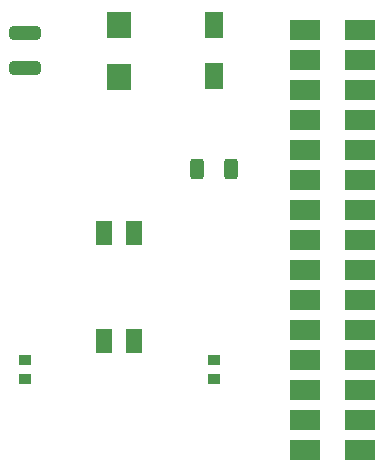
<source format=gbr>
%TF.GenerationSoftware,KiCad,Pcbnew,9.0.5-1.fc42*%
%TF.CreationDate,2025-11-07T12:43:21-08:00*%
%TF.ProjectId,adapter_relay_external,61646170-7465-4725-9f72-656c61795f65,1.0*%
%TF.SameCoordinates,Original*%
%TF.FileFunction,Paste,Bot*%
%TF.FilePolarity,Positive*%
%FSLAX46Y46*%
G04 Gerber Fmt 4.6, Leading zero omitted, Abs format (unit mm)*
G04 Created by KiCad (PCBNEW 9.0.5-1.fc42) date 2025-11-07 12:43:21*
%MOMM*%
%LPD*%
G01*
G04 APERTURE LIST*
G04 Aperture macros list*
%AMRoundRect*
0 Rectangle with rounded corners*
0 $1 Rounding radius*
0 $2 $3 $4 $5 $6 $7 $8 $9 X,Y pos of 4 corners*
0 Add a 4 corners polygon primitive as box body*
4,1,4,$2,$3,$4,$5,$6,$7,$8,$9,$2,$3,0*
0 Add four circle primitives for the rounded corners*
1,1,$1+$1,$2,$3*
1,1,$1+$1,$4,$5*
1,1,$1+$1,$6,$7*
1,1,$1+$1,$8,$9*
0 Add four rect primitives between the rounded corners*
20,1,$1+$1,$2,$3,$4,$5,0*
20,1,$1+$1,$4,$5,$6,$7,0*
20,1,$1+$1,$6,$7,$8,$9,0*
20,1,$1+$1,$8,$9,$2,$3,0*%
G04 Aperture macros list end*
%ADD10R,1.020000X0.950000*%
%ADD11R,1.550000X2.300000*%
%ADD12R,1.450000X2.100000*%
%ADD13RoundRect,0.250000X-1.075000X0.312500X-1.075000X-0.312500X1.075000X-0.312500X1.075000X0.312500X0*%
%ADD14R,2.600000X1.700000*%
%ADD15R,2.150000X2.250000*%
%ADD16RoundRect,0.250000X0.312500X0.625000X-0.312500X0.625000X-0.312500X-0.625000X0.312500X-0.625000X0*%
G04 APERTURE END LIST*
D10*
%TO.C,F1*%
X134000000Y-136785000D03*
X134000000Y-135215000D03*
%TD*%
D11*
%TO.C,D1*%
X134000000Y-106850000D03*
X134000000Y-111150000D03*
%TD*%
D12*
%TO.C,U1*%
X124730000Y-124450000D03*
X127270000Y-124450000D03*
X127270000Y-133550000D03*
X124730000Y-133550000D03*
%TD*%
D13*
%TO.C,R1*%
X118000000Y-107537500D03*
X118000000Y-110462500D03*
%TD*%
D14*
%TO.C,J2*%
X146350000Y-107220000D03*
X146350000Y-109760000D03*
X146350000Y-112300000D03*
X146350000Y-114840000D03*
X146350000Y-117380000D03*
X146350000Y-119920000D03*
X146350000Y-122460000D03*
X146350000Y-125000000D03*
X146350000Y-127540000D03*
X146350000Y-130080000D03*
X146350000Y-132620000D03*
X146350000Y-135160000D03*
X146350000Y-137700000D03*
X146350000Y-140240000D03*
X146350000Y-142780000D03*
X141750000Y-107220000D03*
X141750000Y-109760000D03*
X141750000Y-112300000D03*
X141750000Y-114840000D03*
X141750000Y-117380000D03*
X141750000Y-119920000D03*
X141750000Y-122460000D03*
X141750000Y-125000000D03*
X141750000Y-127540000D03*
X141750000Y-130080000D03*
X141750000Y-132620000D03*
X141750000Y-135160000D03*
X141750000Y-137700000D03*
X141750000Y-140240000D03*
X141750000Y-142780000D03*
%TD*%
D10*
%TO.C,F2*%
X118000000Y-135215000D03*
X118000000Y-136785000D03*
%TD*%
D15*
%TO.C,D2*%
X126000000Y-106800000D03*
X126000000Y-111200000D03*
%TD*%
D16*
%TO.C,R2*%
X135462500Y-119000000D03*
X132537500Y-119000000D03*
%TD*%
M02*

</source>
